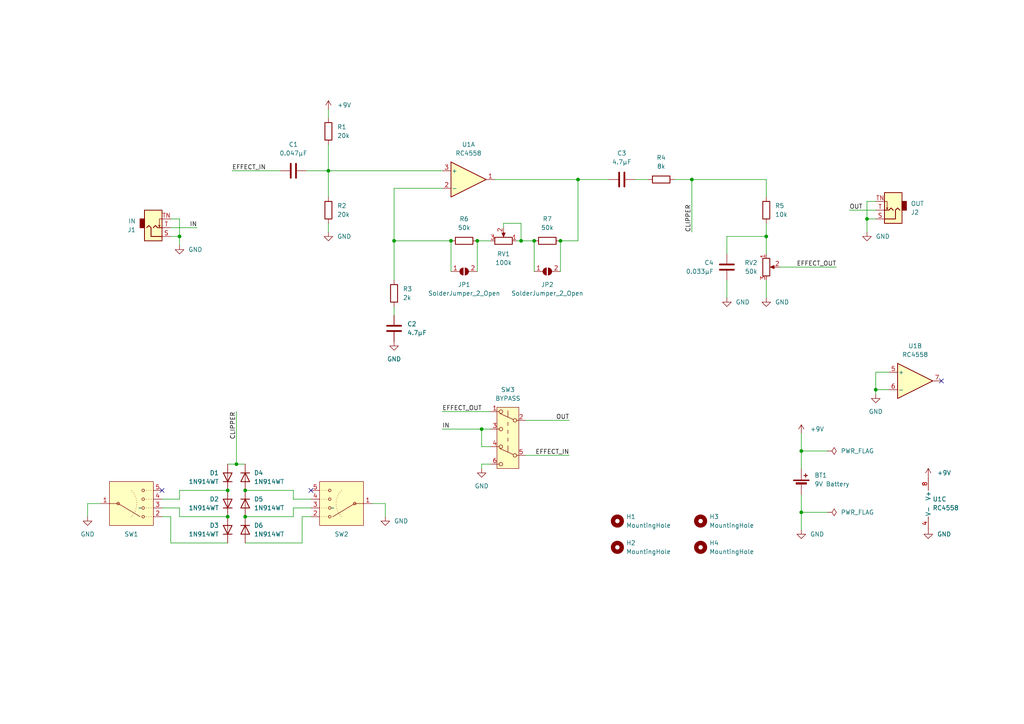
<source format=kicad_sch>
(kicad_sch (version 20230121) (generator eeschema)
  (paper "A4")
  (lib_symbols
    (symbol "Amplifier_Operational:RC4558" (pin_names (offset 0.127))
      (property "Reference" "U" (at 0 5.08 0))
      (property "Value" "RC4558" (at 0 -5.08 0))
      (symbol "RC4558_1_1"
        (polyline (pts (xy -5.08 5.08) (xy 5.08 0) (xy -5.08 -5.08) (xy -5.08 5.08)) (stroke (width 0.254)) (fill (type background)))
        (pin output line (at 7.62 0 180) (length 2.54) (name "~") (number "1"))
        (pin input line (at -7.62 -2.54 0) (length 2.54) (name "-") (number "2"))
        (pin input line (at -7.62 2.54 0) (length 2.54) (name "+") (number "3"))
      )
      (symbol "RC4558_2_1"
        (polyline (pts (xy -5.08 5.08) (xy 5.08 0) (xy -5.08 -5.08) (xy -5.08 5.08)) (stroke (width 0.254)) (fill (type background)))
        (pin input line (at -7.62 2.54 0) (length 2.54) (name "+") (number "5"))
        (pin input line (at -7.62 -2.54 0) (length 2.54) (name "-") (number "6"))
        (pin output line (at 7.62 0 180) (length 2.54) (name "~") (number "7"))
      )
      (symbol "RC4558_3_1"
        (pin power_in line (at -2.54 -7.62 90) (length 3.81) (name "V-") (number "4"))
        (pin power_in line (at -2.54 7.62 270) (length 3.81) (name "V+") (number "8"))
      )
    )
    (symbol "Connector_Audio:AudioJack2_SwitchT"
      (property "Reference" "J" (at 0 8.89 0))
      (property "Value" "AudioJack2_SwitchT" (at 0 6.35 0))
      (symbol "AudioJack2_SwitchT_0_1"
        (rectangle (start -2.54 0) (end -3.81 -2.54) (stroke (width 0.254)) (fill (type outline)))
        (polyline (pts (xy 1.778 -0.254) (xy 2.032 -0.762)))
        (polyline (pts (xy 0 0) (xy 0.635 -0.635) (xy 1.27 0) (xy 2.54 0)) (stroke (width 0.254)))
        (polyline (pts (xy 2.54 -2.54) (xy 1.778 -2.54) (xy 1.778 -0.254) (xy 1.524 -0.762)))
        (polyline (pts (xy 2.54 2.54) (xy -0.635 2.54) (xy -0.635 0) (xy -1.27 -0.635) (xy -1.905 0)) (stroke (width 0.254)))
        (rectangle (start 2.54 3.81) (end -2.54 -5.08) (stroke (width 0.254)) (fill (type background)))
      )
      (symbol "AudioJack2_SwitchT_1_1"
        (pin passive line (at 5.08 2.54 180) (length 2.54) (name "~") (number "S"))
        (pin passive line (at 5.08 0 180) (length 2.54) (name "~") (number "T"))
        (pin passive line (at 5.08 -2.54 180) (length 2.54) (name "~") (number "TN"))
      )
    )
    (symbol "Device:Battery_Cell" (pin_numbers hide) (pin_names (offset 0) hide)
      (property "Reference" "BT" (at 2.54 2.54 0))
      (property "Value" "Battery_Cell" (at 2.54 0 0))
      (symbol "Battery_Cell_0_1"
        (rectangle (start -2.286 1.778) (end 2.286 1.524) (fill (type outline)))
        (rectangle (start -1.524 1.016) (end 1.524 0.508) (fill (type outline)))
        (polyline (pts (xy 0 0.762) (xy 0 0)))
        (polyline (pts (xy 0 1.778) (xy 0 2.54)))
        (polyline (pts (xy 0.762 3.048) (xy 1.778 3.048)) (stroke (width 0.254)))
        (polyline (pts (xy 1.27 3.556) (xy 1.27 2.54)) (stroke (width 0.254)))
      )
      (symbol "Battery_Cell_1_1"
        (pin passive line (at 0 5.08 270) (length 2.54) (name "+") (number "1"))
        (pin passive line (at 0 -2.54 90) (length 2.54) (name "-") (number "2"))
      )
    )
    (symbol "Device:C" (pin_numbers hide) (pin_names (offset 0.254))
      (property "Reference" "C" (at 0.635 2.54 0))
      (property "Value" "C" (at 0.635 -2.54 0))
      (symbol "C_0_1"
        (polyline (pts (xy -2.032 -0.762) (xy 2.032 -0.762)) (stroke (width 0.508)))
        (polyline (pts (xy -2.032 0.762) (xy 2.032 0.762)) (stroke (width 0.508)))
      )
      (symbol "C_1_1"
        (pin passive line (at 0 3.81 270) (length 2.794) (name "~") (number "1"))
        (pin passive line (at 0 -3.81 90) (length 2.794) (name "~") (number "2"))
      )
    )
    (symbol "Device:R" (pin_numbers hide) (pin_names (offset 0))
      (property "Reference" "R" (at 2.032 0 90))
      (property "Value" "R" (at 0 0 90))
      (symbol "R_0_1"
        (rectangle (start -1.016 -2.54) (end 1.016 2.54) (stroke (width 0.254)))
      )
      (symbol "R_1_1"
        (pin passive line (at 0 3.81 270) (length 1.27) (name "~") (number "1"))
        (pin passive line (at 0 -3.81 90) (length 1.27) (name "~") (number "2"))
      )
    )
    (symbol "Device:R_Potentiometer" (pin_names (offset 1.016) hide)
      (property "Reference" "RV" (at -4.445 0 90))
      (property "Value" "R_Potentiometer" (at -2.54 0 90))
      (symbol "R_Potentiometer_0_1"
        (polyline (pts (xy 2.54 0) (xy 1.524 0)))
        (polyline (pts (xy 1.143 0) (xy 2.286 0.508) (xy 2.286 -0.508) (xy 1.143 0)) (fill (type outline)))
        (rectangle (start 1.016 2.54) (end -1.016 -2.54) (stroke (width 0.254)))
      )
      (symbol "R_Potentiometer_1_1"
        (pin passive line (at 0 3.81 270) (length 1.27) (name "1") (number "1"))
        (pin passive line (at 3.81 0 180) (length 1.27) (name "2") (number "2"))
        (pin passive line (at 0 -3.81 90) (length 1.27) (name "3") (number "3"))
      )
    )
    (symbol "Diode:1N4148WT" (pin_numbers hide) (pin_names hide)
      (property "Reference" "D" (at 0 2.54 0))
      (property "Value" "1N4148WT" (at 0 -2.54 0))
      (symbol "1N4148WT_0_1"
        (polyline (pts (xy -1.27 1.27) (xy -1.27 -1.27)) (stroke (width 0.254)))
        (polyline (pts (xy 1.27 0) (xy -1.27 0)))
        (polyline (pts (xy 1.27 1.27) (xy 1.27 -1.27) (xy -1.27 0) (xy 1.27 1.27)) (stroke (width 0.254)))
      )
      (symbol "1N4148WT_1_1"
        (pin passive line (at -3.81 0 0) (length 2.54) (name "K") (number "1"))
        (pin passive line (at 3.81 0 180) (length 2.54) (name "A") (number "2"))
      )
    )
    (symbol "Jumper:SolderJumper_2_Open" (pin_names (offset 0) hide)
      (property "Reference" "JP" (at 0 2.032 0))
      (property "Value" "SolderJumper_2_Open" (at 0 -2.54 0))
      (symbol "SolderJumper_2_Open_0_1"
        (arc (start -0.254 1.016) (mid -1.2656 0) (end -0.254 -1.016))
        (arc (start -0.254 1.016) (mid -1.2656 0) (end -0.254 -1.016) (fill (type outline)))
        (polyline (pts (xy -0.254 1.016) (xy -0.254 -1.016)))
        (polyline (pts (xy 0.254 1.016) (xy 0.254 -1.016)))
        (arc (start 0.254 -1.016) (mid 1.2656 0) (end 0.254 1.016))
        (arc (start 0.254 -1.016) (mid 1.2656 0) (end 0.254 1.016) (fill (type outline)))
      )
      (symbol "SolderJumper_2_Open_1_1"
        (pin passive line (at -3.81 0 0) (length 2.54) (name "A") (number "1"))
        (pin passive line (at 3.81 0 180) (length 2.54) (name "B") (number "2"))
      )
    )
    (symbol "Mechanical:MountingHole" (pin_names (offset 1.016))
      (property "Reference" "H" (at 0 5.08 0))
      (property "Value" "MountingHole" (at 0 3.175 0))
      (symbol "MountingHole_0_1"
        (circle (center 0 0) (radius 1.27) (stroke (width 1.27)))
      )
    )
    (symbol "Switch:SW_Push_DPDT" (pin_names (offset 0) hide)
      (property "Reference" "SW" (at 0 10.16 0))
      (property "Value" "SW_Push_DPDT" (at 0 -10.16 0))
      (symbol "SW_Push_DPDT_0_0"
        (circle (center -2.032 -5.08) (radius 0.508))
        (circle (center -2.032 5.08) (radius 0.508))
        (circle (center 2.032 -7.62) (radius 0.508))
        (circle (center 2.032 2.54) (radius 0.508))
      )
      (symbol "SW_Push_DPDT_0_1"
        (polyline (pts (xy -1.524 -4.826) (xy 2.3368 -3.0988)))
        (polyline (pts (xy -1.524 5.334) (xy 2.3368 7.0612)))
        (polyline (pts (xy 0 -2.286) (xy 0 -4.064)))
        (polyline (pts (xy 0 -1.016) (xy 0 0)))
        (polyline (pts (xy 0 1.27) (xy 0 2.286)))
        (polyline (pts (xy 0 3.556) (xy 0 4.572)))
        (polyline (pts (xy 0 7.874) (xy 0 6.096)))
        (circle (center 2.032 -2.54) (radius 0.508))
        (circle (center 2.032 7.62) (radius 0.508))
      )
      (symbol "SW_Push_DPDT_1_1"
        (rectangle (start -3.175 8.89) (end 3.175 -8.89) (fill (type background)))
        (pin passive line (at 5.08 7.62 180) (length 2.54) (name "A") (number "1"))
        (pin passive line (at -5.08 5.08 0) (length 2.54) (name "B") (number "2"))
        (pin passive line (at 5.08 2.54 180) (length 2.54) (name "C") (number "3"))
        (pin passive line (at 5.08 -2.54 180) (length 2.54) (name "A") (number "4"))
        (pin passive line (at -5.08 -5.08 0) (length 2.54) (name "B") (number "5"))
        (pin passive line (at 5.08 -7.62 180) (length 2.54) (name "C") (number "6"))
      )
    )
    (symbol "custom:SP4T"
      (property "Reference" "SW" (at 0 7.62 0))
      (symbol "SP4T_0_1"
        (circle (center -3.81 0) (radius 0.381))
        (polyline (pts (xy -3.81 0) (xy 2.54 3.81)))
        (circle (center 3.429 -3.81) (radius 0.381))
        (circle (center 3.429 -1.27) (radius 0.381))
        (circle (center 3.429 1.27) (radius 0.381))
        (circle (center 3.429 3.81) (radius 0.381))
      )
      (symbol "SP4T_1_1"
        (rectangle (start -6.35 6.35) (end 6.35 -6.35) (fill (type background)))
        (arc (start 0 -3.81) (mid 1.5781 0) (end 0 3.81) (stroke (width 0) (type dot)))
        (polyline (pts (xy -6.35 0) (xy -3.81 0)))
        (polyline (pts (xy 3.81 -3.81) (xy 6.35 -3.81)))
        (polyline (pts (xy 3.81 -1.27) (xy 6.35 -1.27)))
        (polyline (pts (xy 3.81 3.81) (xy 6.35 3.81)))
        (polyline (pts (xy 6.35 1.27) (xy 3.81 1.27)))
        (pin passive line (at -8.89 0 0) (length 2.54) (name "") (number "1"))
        (pin passive line (at 8.89 3.81 180) (length 2.54) (name "") (number "2"))
        (pin passive line (at 8.89 1.27 180) (length 2.54) (name "") (number "3"))
        (pin passive line (at 8.89 -1.27 180) (length 2.54) (name "") (number "4"))
        (pin passive line (at 8.89 -3.81 180) (length 2.54) (name "") (number "5"))
      )
    )
    (symbol "power:+9V" (power) (pin_names (offset 0))
      (property "Value" "+9V" (at 0 3.556 0))
      (symbol "+9V_0_1"
        (polyline (pts (xy -0.762 1.27) (xy 0 2.54)))
        (polyline (pts (xy 0 0) (xy 0 2.54)))
        (polyline (pts (xy 0 2.54) (xy 0.762 1.27)))
      )
      (symbol "+9V_1_1"
        (pin power_in line (at 0 0 90) (length 0) hide (name "+9V") (number "1"))
      )
    )
    (symbol "power:GND" (power) (pin_names (offset 0))
      (property "Value" "GND" (at 0 -3.81 0))
      (symbol "GND_0_1"
        (polyline (pts (xy 0 0) (xy 0 -1.27) (xy 1.27 -1.27) (xy 0 -2.54) (xy -1.27 -1.27) (xy 0 -1.27)))
      )
      (symbol "GND_1_1"
        (pin power_in line (at 0 0 270) (length 0) hide (name "GND") (number "1"))
      )
    )
    (symbol "power:PWR_FLAG" (power) (pin_numbers hide) (pin_names (offset 0) hide)
      (property "Value" "PWR_FLAG" (at 0 3.81 0))
      (symbol "PWR_FLAG_0_0"
        (pin power_out line (at 0 0 90) (length 0) (name "pwr") (number "1"))
      )
      (symbol "PWR_FLAG_0_1"
        (polyline (pts (xy 0 0) (xy 0 1.27) (xy -1.016 1.905) (xy 0 2.54) (xy 1.016 1.905) (xy 0 1.27)))
      )
    )
  )
  (junction (at 68.58 134.62))
  (junction (at 154.94 69.85))
  (junction (at 66.04 149.86))
  (junction (at 52.07 68.58))
  (junction (at 71.12 142.24))
  (junction (at 162.56 69.85))
  (junction (at 95.25 49.53))
  (junction (at 114.3 69.85))
  (junction (at 200.66 52.07))
  (junction (at 130.81 69.85))
  (junction (at 151.13 69.85))
  (junction (at 232.41 148.59))
  (junction (at 138.43 69.85))
  (junction (at 66.04 142.24))
  (junction (at 232.41 130.81))
  (junction (at 251.46 63.5))
  (junction (at 167.64 52.07))
  (junction (at 254 113.03))
  (junction (at 71.12 149.86))
  (junction (at 139.7 124.46))
  (junction (at 222.25 68.58))
  (no_connect (at 273.05 110.49))
  (no_connect (at 90.17 142.24))
  (no_connect (at 46.99 142.24))
  (wire (pts (xy 90.17 147.32) (xy 85.09 147.32)))
  (wire (pts (xy 167.64 52.07) (xy 176.53 52.07)))
  (wire (pts (xy 52.07 142.24) (xy 66.04 142.24)))
  (wire (pts (xy 138.43 69.85) (xy 138.43 78.74)))
  (wire (pts (xy 71.12 157.48) (xy 87.63 157.48)))
  (wire (pts (xy 254 113.03) (xy 254 114.3)))
  (wire (pts (xy 52.07 144.78) (xy 52.07 142.24)))
  (wire (pts (xy 85.09 144.78) (xy 85.09 142.24)))
  (wire (pts (xy 49.53 149.86) (xy 46.99 149.86)))
  (wire (pts (xy 149.86 69.85) (xy 151.13 69.85)))
  (wire (pts (xy 162.56 69.85) (xy 162.56 78.74)))
  (wire (pts (xy 85.09 147.32) (xy 85.09 149.86)))
  (wire (pts (xy 46.99 144.78) (xy 52.07 144.78)))
  (wire (pts (xy 222.25 64.77) (xy 222.25 68.58)))
  (wire (pts (xy 128.27 54.61) (xy 114.3 54.61)))
  (wire (pts (xy 52.07 68.58) (xy 52.07 71.12)))
  (wire (pts (xy 138.43 69.85) (xy 142.24 69.85)))
  (wire (pts (xy 139.7 124.46) (xy 142.24 124.46)))
  (wire (pts (xy 25.4 149.86) (xy 25.4 146.05)))
  (wire (pts (xy 95.25 49.53) (xy 95.25 57.15)))
  (wire (pts (xy 200.66 67.31) (xy 200.66 52.07)))
  (wire (pts (xy 49.53 68.58) (xy 52.07 68.58)))
  (wire (pts (xy 49.53 63.5) (xy 52.07 63.5)))
  (wire (pts (xy 254 107.95) (xy 257.81 107.95)))
  (wire (pts (xy 184.15 52.07) (xy 187.96 52.07)))
  (wire (pts (xy 151.13 69.85) (xy 151.13 64.77)))
  (wire (pts (xy 52.07 147.32) (xy 52.07 149.86)))
  (wire (pts (xy 210.82 68.58) (xy 222.25 68.58)))
  (wire (pts (xy 46.99 147.32) (xy 52.07 147.32)))
  (wire (pts (xy 251.46 58.42) (xy 251.46 63.5)))
  (wire (pts (xy 90.17 144.78) (xy 85.09 144.78)))
  (wire (pts (xy 257.81 113.03) (xy 254 113.03)))
  (wire (pts (xy 67.31 49.53) (xy 81.28 49.53)))
  (wire (pts (xy 95.25 49.53) (xy 128.27 49.53)))
  (wire (pts (xy 167.64 69.85) (xy 162.56 69.85)))
  (wire (pts (xy 254 113.03) (xy 254 107.95)))
  (wire (pts (xy 240.03 148.59) (xy 232.41 148.59)))
  (wire (pts (xy 240.03 130.81) (xy 232.41 130.81)))
  (wire (pts (xy 66.04 157.48) (xy 49.53 157.48)))
  (wire (pts (xy 87.63 149.86) (xy 90.17 149.86)))
  (wire (pts (xy 142.24 129.54) (xy 139.7 129.54)))
  (wire (pts (xy 154.94 69.85) (xy 154.94 78.74)))
  (wire (pts (xy 232.41 153.67) (xy 232.41 148.59)))
  (wire (pts (xy 95.25 64.77) (xy 95.25 67.31)))
  (wire (pts (xy 139.7 134.62) (xy 142.24 134.62)))
  (wire (pts (xy 114.3 88.9) (xy 114.3 91.44)))
  (wire (pts (xy 85.09 142.24) (xy 71.12 142.24)))
  (wire (pts (xy 222.25 68.58) (xy 222.25 73.66)))
  (wire (pts (xy 130.81 69.85) (xy 114.3 69.85)))
  (wire (pts (xy 139.7 135.89) (xy 139.7 134.62)))
  (wire (pts (xy 226.06 77.47) (xy 242.57 77.47)))
  (wire (pts (xy 210.82 73.66) (xy 210.82 68.58)))
  (wire (pts (xy 232.41 130.81) (xy 232.41 135.89)))
  (wire (pts (xy 49.53 149.86) (xy 49.53 157.48)))
  (wire (pts (xy 95.25 31.75) (xy 95.25 34.29)))
  (wire (pts (xy 68.58 119.38) (xy 68.58 134.62)))
  (wire (pts (xy 167.64 52.07) (xy 167.64 69.85)))
  (wire (pts (xy 68.58 134.62) (xy 71.12 134.62)))
  (wire (pts (xy 49.53 66.04) (xy 57.15 66.04)))
  (wire (pts (xy 139.7 129.54) (xy 139.7 124.46)))
  (wire (pts (xy 114.3 69.85) (xy 114.3 81.28)))
  (wire (pts (xy 152.4 132.08) (xy 165.1 132.08)))
  (wire (pts (xy 114.3 54.61) (xy 114.3 69.85)))
  (wire (pts (xy 200.66 52.07) (xy 222.25 52.07)))
  (wire (pts (xy 195.58 52.07) (xy 200.66 52.07)))
  (wire (pts (xy 52.07 149.86) (xy 66.04 149.86)))
  (wire (pts (xy 152.4 121.92) (xy 165.1 121.92)))
  (wire (pts (xy 88.9 49.53) (xy 95.25 49.53)))
  (wire (pts (xy 128.27 119.38) (xy 142.24 119.38)))
  (wire (pts (xy 222.25 81.28) (xy 222.25 86.36)))
  (wire (pts (xy 143.51 52.07) (xy 167.64 52.07)))
  (wire (pts (xy 95.25 41.91) (xy 95.25 49.53)))
  (wire (pts (xy 210.82 81.28) (xy 210.82 86.36)))
  (wire (pts (xy 222.25 52.07) (xy 222.25 57.15)))
  (wire (pts (xy 232.41 125.73) (xy 232.41 130.81)))
  (wire (pts (xy 232.41 148.59) (xy 232.41 143.51)))
  (wire (pts (xy 151.13 64.77) (xy 146.05 64.77)))
  (wire (pts (xy 107.95 146.05) (xy 111.76 146.05)))
  (wire (pts (xy 87.63 157.48) (xy 87.63 149.86)))
  (wire (pts (xy 111.76 146.05) (xy 111.76 149.86)))
  (wire (pts (xy 66.04 134.62) (xy 68.58 134.62)))
  (wire (pts (xy 251.46 63.5) (xy 251.46 67.31)))
  (wire (pts (xy 128.27 124.46) (xy 139.7 124.46)))
  (wire (pts (xy 254 63.5) (xy 251.46 63.5)))
  (wire (pts (xy 246.38 60.96) (xy 254 60.96)))
  (wire (pts (xy 52.07 63.5) (xy 52.07 68.58)))
  (wire (pts (xy 151.13 69.85) (xy 154.94 69.85)))
  (wire (pts (xy 130.81 69.85) (xy 130.81 78.74)))
  (wire (pts (xy 25.4 146.05) (xy 29.21 146.05)))
  (wire (pts (xy 85.09 149.86) (xy 71.12 149.86)))
  (wire (pts (xy 146.05 64.77) (xy 146.05 66.04)))
  (wire (pts (xy 254 58.42) (xy 251.46 58.42)))
  (label "IN" (at 57.15 66.04 180))
  (label "EFFECT_IN" (at 67.31 49.53 0))
  (label "EFFECT_IN" (at 165.1 132.08 180))
  (label "OUT" (at 246.38 60.96 0))
  (label "CLIPPER" (at 200.66 67.31 90))
  (label "CLIPPER" (at 68.58 119.38 270))
  (label "EFFECT_OUT" (at 128.27 119.38 0))
  (label "EFFECT_OUT" (at 242.57 77.47 180))
  (label "IN" (at 128.27 124.46 0))
  (label "OUT" (at 165.1 121.92 180))
  (symbol (lib_id "Device:R") (at 95.25 38.1 0) (unit 1)
    (property "Reference" "R1" (at 97.79 36.83 0) (effects (justify left)))
    (property "Value" "20k" (at 97.79 39.37 0) (effects (justify left)))
    (property "Footprint" "Resistor_SMD:R_0603_1608Metric_Pad0.98x0.95mm_HandSolder" (effects hide))
  )
  (symbol (lib_id "power:GND") (at 111.76 149.86 0) (unit 1)
    (property "Reference" "#PWR05" (effects hide))
    (property "Value" "GND" (at 114.3 151.13 0) (effects (justify left)))
  )
  (symbol (lib_id "Connector_Audio:AudioJack2_SwitchT") (at 44.45 66.04 0) (mirror x) (unit 1)
    (property "Reference" "J1" (at 39.37 66.675 0) (effects (justify right)))
    (property "Value" "IN" (at 39.37 64.135 0) (effects (justify right)))
    (property "Footprint" "custom:jack_pads" (effects hide))
  )
  (symbol (lib_id "Device:R_Potentiometer") (at 222.25 77.47 0) (unit 1)
    (property "Reference" "RV2" (at 219.71 76.2 0) (effects (justify right)))
    (property "Value" "50k" (at 219.71 78.74 0) (effects (justify right)))
    (property "Footprint" "Connector_PinHeader_2.54mm:PinHeader_1x03_P2.54mm_Vertical" (effects hide))
  )
  (symbol (lib_id "Device:R") (at 158.75 69.85 90) (unit 1)
    (property "Reference" "R7" (at 158.75 63.5 90))
    (property "Value" "50k" (at 158.75 66.04 90))
    (property "Footprint" "Resistor_SMD:R_0603_1608Metric_Pad0.98x0.95mm_HandSolder" (effects hide))
  )
  (symbol (lib_id "power:PWR_FLAG") (at 240.03 148.59 270) (unit 1)
    (property "Reference" "#FLG02" (effects hide))
    (property "Value" "PWR_FLAG" (at 243.84 148.59 90) (effects (justify left)))
  )
  (symbol (lib_id "Diode:1N4148WT") (at 66.04 153.67 90) (unit 1)
    (property "Reference" "D3" (at 63.5 152.4 90) (effects (justify left)))
    (property "Value" "1N914WT" (at 63.5 154.94 90) (effects (justify left)))
    (property "Footprint" "Diode_SMD:D_SOD-523" (effects hide))
    (property "Datasheet" "https://www.diodes.com/assets/Datasheets/ds30396.pdf" (effects hide))
    (property "Sim.Device" "D" (effects hide))
    (property "Sim.Pins" "1=K 2=A" (effects hide))
  )
  (symbol (lib_id "Mechanical:MountingHole") (at 203.2 158.75 0) (unit 1)
    (property "Reference" "H4" (at 205.74 157.48 0) (effects (justify left)))
    (property "Value" "MountingHole" (at 205.74 160.02 0) (effects (justify left)))
    (property "Footprint" "MountingHole:MountingHole_3.2mm_M3" (effects hide))
  )
  (symbol (lib_id "power:PWR_FLAG") (at 240.03 130.81 270) (unit 1)
    (property "Reference" "#FLG01" (effects hide))
    (property "Value" "PWR_FLAG" (at 243.84 130.81 90) (effects (justify left)))
  )
  (symbol (lib_id "Device:C") (at 210.82 77.47 0) (unit 1)
    (property "Reference" "C4" (at 207.01 76.2 0) (effects (justify right)))
    (property "Value" "0.033µF" (at 207.01 78.74 0) (effects (justify right)))
    (property "Footprint" "Capacitor_SMD:C_0603_1608Metric_Pad1.08x0.95mm_HandSolder" (effects hide))
  )
  (symbol (lib_id "Diode:1N4148WT") (at 66.04 146.05 90) (unit 1)
    (property "Reference" "D2" (at 63.5 144.78 90) (effects (justify left)))
    (property "Value" "1N914WT" (at 63.5 147.32 90) (effects (justify left)))
    (property "Footprint" "Diode_SMD:D_SOD-523" (effects hide))
    (property "Datasheet" "https://www.diodes.com/assets/Datasheets/ds30396.pdf" (effects hide))
    (property "Sim.Device" "D" (effects hide))
    (property "Sim.Pins" "1=K 2=A" (effects hide))
  )
  (symbol (lib_id "Diode:1N4148WT") (at 71.12 138.43 270) (unit 1)
    (property "Reference" "D4" (at 73.66 137.16 90) (effects (justify left)))
    (property "Value" "1N914WT" (at 73.66 139.7 90) (effects (justify left)))
    (property "Footprint" "Diode_SMD:D_SOD-523" (effects hide))
    (property "Datasheet" "https://www.diodes.com/assets/Datasheets/ds30396.pdf" (effects hide))
    (property "Sim.Device" "D" (effects hide))
    (property "Sim.Pins" "1=K 2=A" (effects hide))
  )
  (symbol (lib_id "Device:R") (at 222.25 60.96 0) (unit 1)
    (property "Reference" "R5" (at 224.79 59.69 0) (effects (justify left)))
    (property "Value" "10k" (at 224.79 62.23 0) (effects (justify left)))
    (property "Footprint" "Resistor_SMD:R_0603_1608Metric_Pad0.98x0.95mm_HandSolder" (effects hide))
  )
  (symbol (lib_id "power:GND") (at 222.25 86.36 0) (unit 1)
    (property "Reference" "#PWR09" (effects hide))
    (property "Value" "GND" (at 224.79 87.63 0) (effects (justify left)))
  )
  (symbol (lib_id "power:GND") (at 254 114.3 0) (unit 1)
    (property "Reference" "#PWR015" (effects hide))
    (property "Value" "GND" (at 254 119.38 0))
  )
  (symbol (lib_id "Diode:1N4148WT") (at 71.12 146.05 270) (unit 1)
    (property "Reference" "D5" (at 73.66 144.78 90) (effects (justify left)))
    (property "Value" "1N914WT" (at 73.66 147.32 90) (effects (justify left)))
    (property "Footprint" "Diode_SMD:D_SOD-523" (effects hide))
    (property "Datasheet" "https://www.diodes.com/assets/Datasheets/ds30396.pdf" (effects hide))
    (property "Sim.Device" "D" (effects hide))
    (property "Sim.Pins" "1=K 2=A" (effects hide))
  )
  (symbol (lib_id "Jumper:SolderJumper_2_Open") (at 134.62 78.74 0) (unit 1)
    (property "Reference" "JP1" (at 134.62 82.55 0))
    (property "Value" "SolderJumper_2_Open" (at 134.62 85.09 0))
    (property "Footprint" "Jumper:SolderJumper-2_P1.3mm_Open_RoundedPad1.0x1.5mm" (effects hide))
  )
  (symbol (lib_id "power:+9V") (at 95.25 31.75 0) (unit 1)
    (property "Reference" "#PWR03" (effects hide))
    (property "Value" "+9V" (at 97.79 30.48 0) (effects (justify left)))
  )
  (symbol (lib_id "power:GND") (at 210.82 86.36 0) (unit 1)
    (property "Reference" "#PWR08" (effects hide))
    (property "Value" "GND" (at 213.36 87.63 0) (effects (justify left)))
  )
  (symbol (lib_id "Jumper:SolderJumper_2_Open") (at 158.75 78.74 0) (unit 1)
    (property "Reference" "JP2" (at 158.75 82.55 0))
    (property "Value" "SolderJumper_2_Open" (at 158.75 85.09 0))
    (property "Footprint" "Jumper:SolderJumper-2_P1.3mm_Open_RoundedPad1.0x1.5mm" (effects hide))
  )
  (symbol (lib_id "Device:R_Potentiometer") (at 146.05 69.85 270) (mirror x) (unit 1)
    (property "Reference" "RV1" (at 146.05 73.66 90))
    (property "Value" "100k" (at 146.05 76.2 90))
    (property "Footprint" "Connector_PinHeader_2.54mm:PinHeader_1x03_P2.54mm_Vertical" (effects hide))
  )
  (symbol (lib_id "Diode:1N4148WT") (at 71.12 153.67 270) (unit 1)
    (property "Reference" "D6" (at 73.66 152.4 90) (effects (justify left)))
    (property "Value" "1N914WT" (at 73.66 154.94 90) (effects (justify left)))
    (property "Footprint" "Diode_SMD:D_SOD-523" (effects hide))
    (property "Datasheet" "https://www.diodes.com/assets/Datasheets/ds30396.pdf" (effects hide))
    (property "Sim.Device" "D" (effects hide))
    (property "Sim.Pins" "1=K 2=A" (effects hide))
  )
  (symbol (lib_id "power:GND") (at 232.41 153.67 0) (unit 1)
    (property "Reference" "#PWR011" (effects hide))
    (property "Value" "GND" (at 234.95 154.94 0) (effects (justify left)))
  )
  (symbol (lib_id "Mechanical:MountingHole") (at 179.07 158.75 0) (unit 1)
    (property "Reference" "H2" (at 181.61 157.48 0) (effects (justify left)))
    (property "Value" "MountingHole" (at 181.61 160.02 0) (effects (justify left)))
    (property "Footprint" "MountingHole:MountingHole_3.2mm_M3" (effects hide))
  )
  (symbol (lib_id "Device:C") (at 180.34 52.07 90) (unit 1)
    (property "Reference" "C3" (at 180.34 44.45 90))
    (property "Value" "4.7µF" (at 180.34 46.99 90))
    (property "Footprint" "Capacitor_THT:CP_Radial_D4.0mm_P1.50mm" (effects hide))
  )
  (symbol (lib_id "power:GND") (at 114.3 99.06 0) (unit 1)
    (property "Reference" "#PWR06" (effects hide))
    (property "Value" "GND" (at 114.3 104.14 0))
  )
  (symbol (lib_id "Connector_Audio:AudioJack2_SwitchT") (at 259.08 60.96 180) (unit 1)
    (property "Reference" "J2" (at 264.16 61.595 0) (effects (justify right)))
    (property "Value" "OUT" (at 264.16 59.055 0) (effects (justify right)))
    (property "Footprint" "custom:jack_pads" (effects hide))
  )
  (symbol (lib_id "Device:R") (at 114.3 85.09 0) (unit 1)
    (property "Reference" "R3" (at 116.84 83.82 0) (effects (justify left)))
    (property "Value" "2k" (at 116.84 86.36 0) (effects (justify left)))
    (property "Footprint" "Resistor_SMD:R_0603_1608Metric_Pad0.98x0.95mm_HandSolder" (effects hide))
  )
  (symbol (lib_id "Amplifier_Operational:RC4558") (at 135.89 52.07 0) (unit 1)
    (property "Reference" "U1" (at 135.89 41.91 0))
    (property "Value" "RC4558" (at 135.89 44.45 0))
    (property "Footprint" "Package_DIP:DIP-8_W7.62mm_Socket" (effects hide))
    (property "Datasheet" "http://www.ti.com/lit/ds/symlink/rc4558.pdf" (effects hide))
  )
  (symbol (lib_id "Device:C") (at 114.3 95.25 0) (unit 1)
    (property "Reference" "C2" (at 118.11 93.98 0) (effects (justify left)))
    (property "Value" "4.7µF" (at 118.11 96.52 0) (effects (justify left)))
    (property "Footprint" "Capacitor_THT:CP_Radial_D4.0mm_P1.50mm" (effects hide))
  )
  (symbol (lib_id "power:GND") (at 95.25 67.31 0) (unit 1)
    (property "Reference" "#PWR04" (effects hide))
    (property "Value" "GND" (at 97.79 68.58 0) (effects (justify left)))
  )
  (symbol (lib_id "Mechanical:MountingHole") (at 203.2 151.13 0) (unit 1)
    (property "Reference" "H3" (at 205.74 149.86 0) (effects (justify left)))
    (property "Value" "MountingHole" (at 205.74 152.4 0) (effects (justify left)))
    (property "Footprint" "MountingHole:MountingHole_3.2mm_M3" (effects hide))
  )
  (symbol (lib_id "Device:R") (at 191.77 52.07 90) (unit 1)
    (property "Reference" "R4" (at 191.77 45.72 90))
    (property "Value" "8k" (at 191.77 48.26 90))
    (property "Footprint" "Resistor_SMD:R_0603_1608Metric_Pad0.98x0.95mm_HandSolder" (effects hide))
  )
  (symbol (lib_id "Diode:1N4148WT") (at 66.04 138.43 90) (unit 1)
    (property "Reference" "D1" (at 63.5 137.16 90) (effects (justify left)))
    (property "Value" "1N914WT" (at 63.5 139.7 90) (effects (justify left)))
    (property "Footprint" "Diode_SMD:D_SOD-523" (effects hide))
    (property "Datasheet" "https://www.diodes.com/assets/Datasheets/ds30396.pdf" (effects hide))
    (property "Sim.Device" "D" (effects hide))
    (property "Sim.Pins" "1=K 2=A" (effects hide))
  )
  (symbol (lib_id "power:GND") (at 52.07 71.12 0) (unit 1)
    (property "Reference" "#PWR01" (effects hide))
    (property "Value" "GND" (at 54.61 72.39 0) (effects (justify left)))
  )
  (symbol (lib_id "power:+9V") (at 269.24 138.43 0) (unit 1)
    (property "Reference" "#PWR013" (effects hide))
    (property "Value" "+9V" (at 271.78 137.16 0) (effects (justify left)))
  )
  (symbol (lib_id "power:+9V") (at 232.41 125.73 0) (unit 1)
    (property "Reference" "#PWR010" (effects hide))
    (property "Value" "+9V" (at 234.95 124.46 0) (effects (justify left)))
  )
  (symbol (lib_id "Amplifier_Operational:RC4558") (at 271.78 146.05 0) (unit 3)
    (property "Reference" "U1" (at 270.51 144.78 0) (effects (justify left)))
    (property "Value" "RC4558" (at 270.51 147.32 0) (effects (justify left)))
    (property "Footprint" "Package_DIP:DIP-8_W7.62mm_Socket" (effects hide))
    (property "Datasheet" "http://www.ti.com/lit/ds/symlink/rc4558.pdf" (effects hide))
  )
  (symbol (lib_id "power:GND") (at 25.4 149.86 0) (unit 1)
    (property "Reference" "#PWR02" (effects hide))
    (property "Value" "GND" (at 25.4 154.94 0))
  )
  (symbol (lib_id "power:GND") (at 251.46 67.31 0) (unit 1)
    (property "Reference" "#PWR012" (effects hide))
    (property "Value" "GND" (at 254 68.58 0) (effects (justify left)))
  )
  (symbol (lib_id "power:GND") (at 269.24 153.67 0) (unit 1)
    (property "Reference" "#PWR014" (effects hide))
    (property "Value" "GND" (at 271.78 154.94 0) (effects (justify left)))
  )
  (symbol (lib_id "Device:R") (at 134.62 69.85 90) (unit 1)
    (property "Reference" "R6" (at 134.62 63.5 90))
    (property "Value" "50k" (at 134.62 66.04 90))
    (property "Footprint" "Resistor_SMD:R_0603_1608Metric_Pad0.98x0.95mm_HandSolder" (effects hide))
  )
  (symbol (lib_id "Device:Battery_Cell") (at 232.41 140.97 0) (unit 1)
    (property "Reference" "BT1" (at 236.22 137.8585 0) (effects (justify left)))
    (property "Value" "9V Battery" (at 236.22 140.3985 0) (effects (justify left)))
    (property "Footprint" "Connector_PinHeader_2.54mm:PinHeader_1x02_P2.54mm_Vertical" (effects hide))
  )
  (symbol (lib_id "Device:R") (at 95.25 60.96 0) (unit 1)
    (property "Reference" "R2" (at 97.79 59.69 0) (effects (justify left)))
    (property "Value" "20k" (at 97.79 62.23 0) (effects (justify left)))
    (property "Footprint" "Resistor_SMD:R_0603_1608Metric_Pad0.98x0.95mm_HandSolder" (effects hide))
  )
  (symbol (lib_id "Mechanical:MountingHole") (at 179.07 151.13 0) (unit 1)
    (property "Reference" "H1" (at 181.61 149.86 0) (effects (justify left)))
    (property "Value" "MountingHole" (at 181.61 152.4 0) (effects (justify left)))
    (property "Footprint" "MountingHole:MountingHole_3.2mm_M3" (effects hide))
  )
  (symbol (lib_id "custom:SP4T") (at 99.06 146.05 180) (unit 1)
    (property "Reference" "SW2" (at 99.06 154.94 0))
    (property "Value" "~" (at 96.52 147.32 0))
    (property "Footprint" "Connector_PinHeader_2.54mm:PinHeader_1x05_P2.54mm_Vertical" (effects hide))
  )
  (symbol (lib_id "Device:C") (at 85.09 49.53 90) (unit 1)
    (property "Reference" "C1" (at 85.09 41.91 90))
    (property "Value" "0.047µF" (at 85.09 44.45 90))
    (property "Footprint" "Capacitor_SMD:C_0603_1608Metric" (effects hide))
  )
  (symbol (lib_id "custom:SP4T") (at 38.1 146.05 0) (mirror x) (unit 1)
    (property "Reference" "SW1" (at 38.1 154.94 0))
    (property "Value" "~" (at 40.64 147.32 0))
    (property "Footprint" "Connector_PinHeader_2.54mm:PinHeader_1x05_P2.54mm_Vertical" (effects hide))
  )
  (symbol (lib_id "power:GND") (at 139.7 135.89 0) (unit 1)
    (property "Reference" "#PWR07" (effects hide))
    (property "Value" "GND" (at 139.7 140.97 0))
  )
  (symbol (lib_id "Amplifier_Operational:RC4558") (at 265.43 110.49 0) (unit 2)
    (property "Reference" "U1" (at 265.43 100.33 0))
    (property "Value" "RC4558" (at 265.43 102.87 0))
    (property "Footprint" "Package_DIP:DIP-8_W7.62mm_Socket" (effects hide))
    (property "Datasheet" "http://www.ti.com/lit/ds/symlink/rc4558.pdf" (effects hide))
  )
  (symbol (lib_id "Switch:SW_Push_DPDT") (at 147.32 127 0) (mirror y) (unit 1)
    (property "Reference" "SW3" (at 147.32 113.03 0))
    (property "Value" "BYPASS" (at 147.32 115.57 0))
    (property "Footprint" "Connector_PinHeader_2.54mm:PinHeader_1x06_P2.54mm_Vertical" (effects hide))
  )
)
</source>
